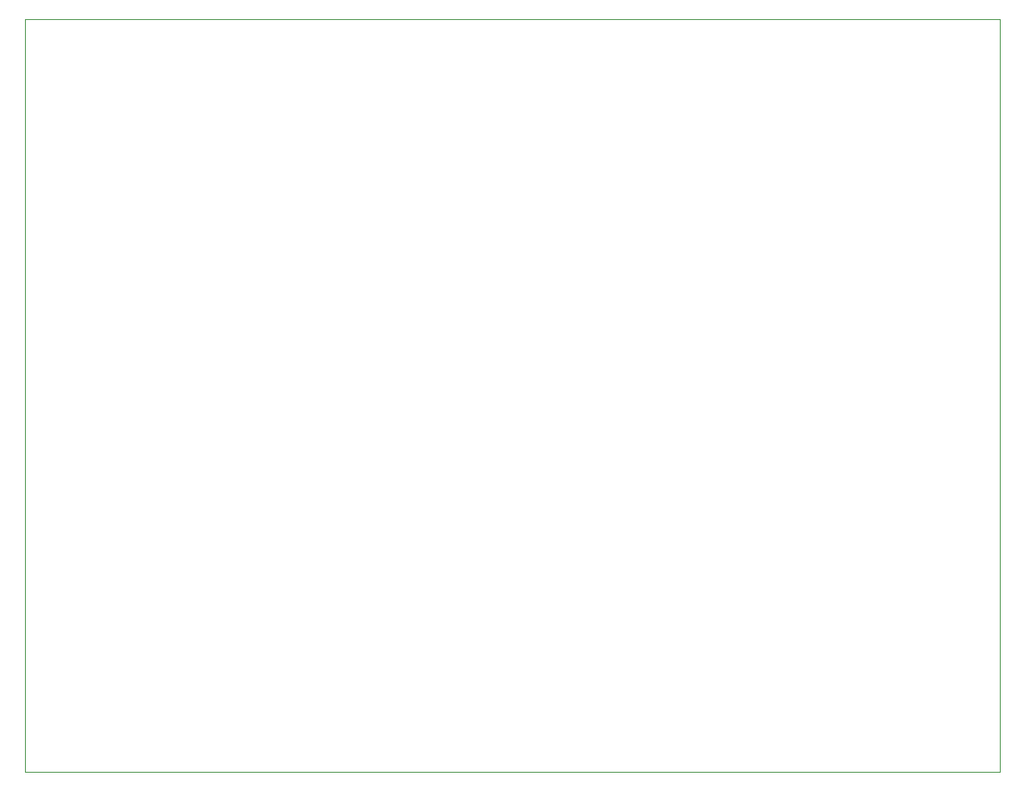
<source format=gbr>
%TF.GenerationSoftware,KiCad,Pcbnew,6.0.11+dfsg-1*%
%TF.CreationDate,2025-10-31T09:44:41+01:00*%
%TF.ProjectId,basematrice,62617365-6d61-4747-9269-63652e6b6963,rev?*%
%TF.SameCoordinates,Original*%
%TF.FileFunction,Profile,NP*%
%FSLAX46Y46*%
G04 Gerber Fmt 4.6, Leading zero omitted, Abs format (unit mm)*
G04 Created by KiCad (PCBNEW 6.0.11+dfsg-1) date 2025-10-31 09:44:41*
%MOMM*%
%LPD*%
G01*
G04 APERTURE LIST*
%TA.AperFunction,Profile*%
%ADD10C,0.050000*%
%TD*%
G04 APERTURE END LIST*
D10*
X91470000Y-60554000D02*
X190530000Y-60554000D01*
X190530000Y-60554000D02*
X190530000Y-137140000D01*
X190530000Y-137140000D02*
X91470000Y-137140000D01*
X91470000Y-137140000D02*
X91470000Y-60554000D01*
M02*

</source>
